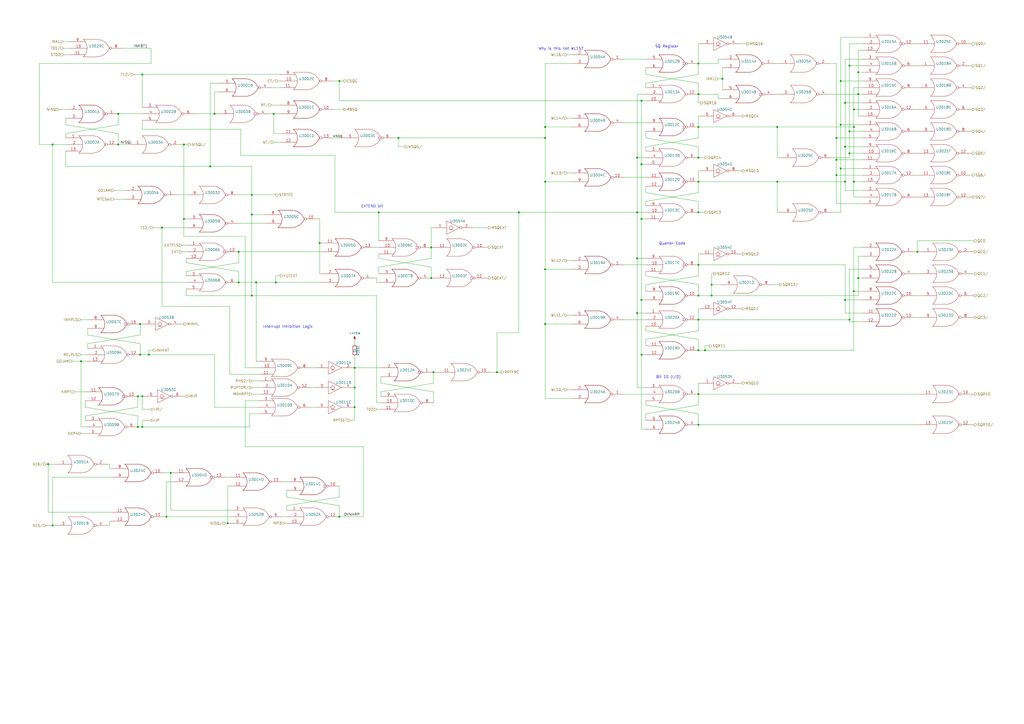
<source format=kicad_sch>
(kicad_sch (version 20211123) (generator eeschema)
  (paper "A2")
  (junction (at 492.76 76.2))
  (junction (at 316.23 80.01))
  (junction (at 405.13 153.67))
  (junction (at 288.29 215.9))
  (junction (at 490.22 105.41))
  (junction (at 495.3 63.5))
  (junction (at 412.75 171.45))
  (junction (at 316.23 187.96))
  (junction (at 485.14 80.01))
  (junction (at 80.01 229.87))
  (junction (at 316.23 156.21))
  (junction (at 80.01 247.65))
  (junction (at 405.13 228.6))
  (junction (at 372.11 127))
  (junction (at 30.48 304.8))
  (junction (at 148.59 163.83))
  (junction (at 490.22 59.69))
  (junction (at 492.76 185.42))
  (junction (at 82.55 247.65))
  (junction (at 492.76 88.9))
  (junction (at 138.43 163.83))
  (junction (at 250.19 161.29))
  (junction (at 138.43 146.05))
  (junction (at 372.11 95.25))
  (junction (at 160.02 163.83))
  (junction (at 369.57 123.19))
  (junction (at 369.57 91.44))
  (junction (at 196.85 299.72))
  (junction (at 405.13 73.66))
  (junction (at 497.84 54.61))
  (junction (at 81.28 205.74))
  (junction (at 96.52 299.72))
  (junction (at 485.14 92.71))
  (junction (at 450.85 73.66))
  (junction (at 405.13 123.19))
  (junction (at 405.13 54.61))
  (junction (at 405.13 246.38))
  (junction (at 81.28 187.96))
  (junction (at 251.46 215.9))
  (junction (at 372.11 173.99))
  (junction (at 300.99 123.19))
  (junction (at 495.3 73.66))
  (junction (at 316.23 105.41))
  (junction (at 82.55 229.87))
  (junction (at 487.68 72.39))
  (junction (at 86.36 205.74))
  (junction (at 68.58 83.82))
  (junction (at 219.71 123.19))
  (junction (at 497.84 161.29))
  (junction (at 82.55 43.18))
  (junction (at 490.22 173.99))
  (junction (at 316.23 73.66))
  (junction (at 487.68 46.99))
  (junction (at 408.94 203.2))
  (junction (at 412.75 165.1))
  (junction (at 205.74 224.79))
  (junction (at 497.84 41.91))
  (junction (at 405.13 105.41))
  (junction (at 450.85 105.41))
  (junction (at 27.94 269.24))
  (junction (at 372.11 58.42))
  (junction (at 250.19 143.51))
  (junction (at 93.98 132.08))
  (junction (at 231.14 80.01))
  (junction (at 158.75 66.04))
  (junction (at 124.46 66.04))
  (junction (at 146.05 113.03))
  (junction (at 146.05 171.45))
  (junction (at 495.3 168.91))
  (junction (at 185.42 140.97))
  (junction (at 68.58 66.04))
  (junction (at 205.74 213.36))
  (junction (at 405.13 185.42))
  (junction (at 369.57 181.61))
  (junction (at 405.13 36.83))
  (junction (at 405.13 171.45))
  (junction (at 106.68 127))
  (junction (at 146.05 124.46))
  (junction (at 490.22 85.09))
  (junction (at 492.76 38.1))
  (junction (at 485.14 101.6))
  (junction (at 132.08 303.53))
  (junction (at 372.11 205.74))
  (junction (at 106.68 83.82))
  (junction (at 495.3 105.41))
  (junction (at 196.85 46.99))
  (junction (at 369.57 149.86))
  (junction (at 405.13 91.44))
  (junction (at 532.13 146.05))
  (junction (at 99.06 274.32))
  (junction (at 46.99 209.55))
  (junction (at 30.48 83.82))
  (junction (at 121.92 96.52))
  (junction (at 487.68 97.79))
  (junction (at 205.74 236.22))
  (junction (at 405.13 203.2))
  (junction (at 419.1 45.72))
  (wire (pts (xy 328.93 68.58) (xy 331.47 68.58)))
  (wire (pts (xy 162.56 160.02) (xy 160.02 160.02)))
  (wire (pts (xy 492.76 88.9) (xy 492.76 91.44)))
  (wire (pts (xy 372.11 205.74) (xy 372.11 248.92)))
  (wire (pts (xy 68.58 83.82) (xy 68.58 77.47)))
  (wire (pts (xy 500.38 143.51) (xy 495.3 143.51)))
  (wire (pts (xy 148.59 163.83) (xy 148.59 209.55)))
  (wire (pts (xy 81.28 205.74) (xy 81.28 199.39)))
  (wire (pts (xy 490.22 34.29) (xy 490.22 59.69)))
  (wire (pts (xy 210.82 299.72) (xy 210.82 259.08)))
  (wire (pts (xy 146.05 220.98) (xy 149.86 220.98)))
  (wire (pts (xy 405.13 160.02) (xy 374.65 165.1)))
  (wire (pts (xy 328.93 100.33) (xy 331.47 100.33)))
  (wire (pts (xy 142.24 213.36) (xy 149.86 213.36)))
  (wire (pts (xy 157.48 50.8) (xy 162.56 50.8)))
  (wire (pts (xy 161.29 46.99) (xy 162.56 46.99)))
  (wire (pts (xy 497.84 171.45) (xy 412.75 171.45)))
  (wire (pts (xy 96.52 299.72) (xy 133.35 299.72)))
  (wire (pts (xy 408.94 200.66) (xy 408.94 203.2)))
  (wire (pts (xy 405.13 73.66) (xy 405.13 80.01)))
  (wire (pts (xy 142.24 259.08) (xy 142.24 232.41)))
  (wire (pts (xy 495.3 203.2) (xy 408.94 203.2)))
  (wire (pts (xy 406.4 179.07) (xy 405.13 179.07)))
  (wire (pts (xy 49.53 241.3) (xy 49.53 243.84)))
  (wire (pts (xy 113.03 66.04) (xy 124.46 66.04)))
  (wire (pts (xy 405.13 67.31) (xy 405.13 73.66)))
  (wire (pts (xy 500.38 156.21) (xy 492.76 156.21)))
  (wire (pts (xy 281.94 161.29) (xy 283.21 161.29)))
  (wire (pts (xy 405.13 54.61) (xy 416.56 54.61)))
  (wire (pts (xy 146.05 224.79) (xy 149.86 224.79)))
  (wire (pts (xy 487.68 21.59) (xy 487.68 46.99)))
  (wire (pts (xy 82.55 243.84) (xy 87.63 243.84)))
  (wire (pts (xy 185.42 140.97) (xy 186.69 140.97)))
  (wire (pts (xy 30.48 83.82) (xy 38.1 83.82)))
  (wire (pts (xy 430.53 147.32) (xy 429.26 147.32)))
  (wire (pts (xy 565.15 158.75) (xy 563.88 158.75)))
  (wire (pts (xy 374.65 85.09) (xy 374.65 87.63)))
  (wire (pts (xy 284.48 215.9) (xy 288.29 215.9)))
  (wire (pts (xy 374.65 240.03) (xy 374.65 243.84)))
  (wire (pts (xy 408.94 203.2) (xy 405.13 203.2)))
  (wire (pts (xy 82.55 247.65) (xy 144.78 247.65)))
  (wire (pts (xy 487.68 72.39) (xy 500.38 72.39)))
  (wire (pts (xy 530.86 88.9) (xy 532.13 88.9)))
  (wire (pts (xy 374.65 196.85) (xy 374.65 200.66)))
  (wire (pts (xy 68.58 66.04) (xy 68.58 72.39)))
  (wire (pts (xy 485.14 80.01) (xy 500.38 80.01)))
  (wire (pts (xy 485.14 36.83) (xy 485.14 80.01)))
  (wire (pts (xy 405.13 153.67) (xy 490.22 153.67)))
  (wire (pts (xy 121.92 96.52) (xy 146.05 96.52)))
  (wire (pts (xy 66.04 110.49) (xy 72.39 110.49)))
  (wire (pts (xy 158.75 66.04) (xy 162.56 66.04)))
  (wire (pts (xy 490.22 59.69) (xy 490.22 85.09)))
  (wire (pts (xy 144.78 247.65) (xy 144.78 240.03)))
  (wire (pts (xy 133.35 177.8) (xy 133.35 217.17)))
  (wire (pts (xy 328.93 151.13) (xy 331.47 151.13)))
  (wire (pts (xy 495.3 105.41) (xy 500.38 105.41)))
  (wire (pts (xy 490.22 173.99) (xy 500.38 173.99)))
  (wire (pts (xy 130.81 276.86) (xy 133.35 276.86)))
  (wire (pts (xy 316.23 36.83) (xy 331.47 36.83)))
  (wire (pts (xy 124.46 236.22) (xy 149.86 236.22)))
  (wire (pts (xy 372.11 173.99) (xy 374.65 173.99)))
  (wire (pts (xy 405.13 91.44) (xy 405.13 85.09)))
  (wire (pts (xy 406.4 99.06) (xy 405.13 99.06)))
  (wire (pts (xy 530.86 38.1) (xy 532.13 38.1)))
  (wire (pts (xy 419.1 39.37) (xy 419.1 45.72)))
  (wire (pts (xy 369.57 181.61) (xy 369.57 224.79)))
  (wire (pts (xy 369.57 123.19) (xy 369.57 149.86)))
  (wire (pts (xy 22.86 36.83) (xy 22.86 83.82)))
  (wire (pts (xy 532.13 146.05) (xy 533.4 146.05)))
  (wire (pts (xy 36.83 24.13) (xy 40.64 24.13)))
  (wire (pts (xy 369.57 54.61) (xy 369.57 91.44)))
  (wire (pts (xy 288.29 193.04) (xy 300.99 193.04)))
  (wire (pts (xy 288.29 215.9) (xy 288.29 193.04)))
  (wire (pts (xy 565.15 246.38) (xy 563.88 246.38)))
  (wire (pts (xy 81.28 194.31) (xy 50.8 199.39)))
  (wire (pts (xy 316.23 73.66) (xy 331.47 73.66)))
  (wire (pts (xy 497.84 161.29) (xy 500.38 161.29)))
  (wire (pts (xy 250.19 154.94) (xy 219.71 149.86)))
  (wire (pts (xy 492.76 76.2) (xy 500.38 76.2)))
  (wire (pts (xy 481.33 54.61) (xy 497.84 54.61)))
  (wire (pts (xy 250.19 132.08) (xy 250.19 143.51)))
  (wire (pts (xy 80.01 229.87) (xy 80.01 236.22)))
  (wire (pts (xy 106.68 127) (xy 107.95 127)))
  (wire (pts (xy 405.13 59.69) (xy 406.4 59.69)))
  (wire (pts (xy 374.65 234.95) (xy 374.65 232.41)))
  (wire (pts (xy 405.13 147.32) (xy 405.13 153.67)))
  (wire (pts (xy 405.13 196.85) (xy 374.65 191.77)))
  (wire (pts (xy 288.29 215.9) (xy 290.83 215.9)))
  (wire (pts (xy 132.08 281.94) (xy 132.08 303.53)))
  (wire (pts (xy 405.13 85.09) (xy 374.65 80.01)))
  (wire (pts (xy 374.65 54.61) (xy 369.57 54.61)))
  (wire (pts (xy 361.95 102.87) (xy 374.65 102.87)))
  (wire (pts (xy 105.41 83.82) (xy 106.68 83.82)))
  (wire (pts (xy 369.57 149.86) (xy 369.57 181.61)))
  (wire (pts (xy 63.5 304.8) (xy 62.23 304.8)))
  (wire (pts (xy 121.92 48.26) (xy 127 48.26)))
  (wire (pts (xy 530.86 63.5) (xy 532.13 63.5)))
  (wire (pts (xy 107.95 171.45) (xy 107.95 167.64)))
  (wire (pts (xy 405.13 99.06) (xy 405.13 105.41)))
  (wire (pts (xy 102.87 113.03) (xy 107.95 113.03)))
  (wire (pts (xy 205.74 196.85) (xy 205.74 199.39)))
  (wire (pts (xy 374.65 43.18) (xy 374.65 39.37)))
  (wire (pts (xy 196.85 281.94) (xy 196.85 288.29)))
  (wire (pts (xy 316.23 105.41) (xy 331.47 105.41)))
  (wire (pts (xy 374.65 160.02) (xy 374.65 157.48)))
  (wire (pts (xy 492.76 88.9) (xy 500.38 88.9)))
  (wire (pts (xy 500.38 41.91) (xy 497.84 41.91)))
  (wire (pts (xy 231.14 85.09) (xy 231.14 80.01)))
  (wire (pts (xy 139.7 74.93) (xy 82.55 74.93)))
  (wire (pts (xy 530.86 146.05) (xy 532.13 146.05)))
  (wire (pts (xy 430.53 179.07) (xy 429.26 179.07)))
  (wire (pts (xy 563.88 38.1) (xy 562.61 38.1)))
  (wire (pts (xy 27.94 269.24) (xy 31.75 269.24)))
  (wire (pts (xy 283.21 132.08) (xy 274.32 132.08)))
  (wire (pts (xy 405.13 222.25) (xy 405.13 228.6)))
  (wire (pts (xy 495.3 105.41) (xy 495.3 114.3)))
  (wire (pts (xy 251.46 233.68) (xy 251.46 227.33)))
  (wire (pts (xy 87.63 27.94) (xy 87.63 36.83)))
  (wire (pts (xy 63.5 302.26) (xy 63.5 304.8)))
  (wire (pts (xy 405.13 123.19) (xy 405.13 116.84)))
  (wire (pts (xy 184.15 127) (xy 185.42 127)))
  (wire (pts (xy 565.15 171.45) (xy 563.88 171.45)))
  (wire (pts (xy 490.22 173.99) (xy 490.22 181.61)))
  (wire (pts (xy 205.74 236.22) (xy 205.74 243.84)))
  (wire (pts (xy 148.59 163.83) (xy 160.02 163.83)))
  (wire (pts (xy 50.8 194.31) (xy 50.8 190.5)))
  (wire (pts (xy 500.38 59.69) (xy 490.22 59.69)))
  (wire (pts (xy 497.84 148.59) (xy 497.84 161.29)))
  (wire (pts (xy 130.81 303.53) (xy 132.08 303.53)))
  (wire (pts (xy 166.37 303.53) (xy 165.1 303.53)))
  (wire (pts (xy 372.11 95.25) (xy 372.11 127)))
  (wire (pts (xy 316.23 36.83) (xy 316.23 73.66)))
  (wire (pts (xy 405.13 48.26) (xy 374.65 43.18)))
  (wire (pts (xy 185.42 158.75) (xy 186.69 158.75)))
  (wire (pts (xy 562.61 50.8) (xy 563.88 50.8)))
  (wire (pts (xy 372.11 205.74) (xy 374.65 205.74)))
  (wire (pts (xy 495.3 143.51) (xy 495.3 168.91)))
  (wire (pts (xy 107.95 171.45) (xy 146.05 171.45)))
  (wire (pts (xy 495.3 73.66) (xy 495.3 105.41)))
  (wire (pts (xy 405.13 228.6) (xy 533.4 228.6)))
  (wire (pts (xy 450.85 105.41) (xy 450.85 123.19)))
  (wire (pts (xy 492.76 38.1) (xy 492.76 76.2)))
  (wire (pts (xy 565.15 228.6) (xy 563.88 228.6)))
  (wire (pts (xy 250.19 143.51) (xy 251.46 143.51)))
  (wire (pts (xy 372.11 58.42) (xy 372.11 95.25)))
  (wire (pts (xy 500.38 34.29) (xy 490.22 34.29)))
  (wire (pts (xy 450.85 91.44) (xy 452.12 91.44)))
  (wire (pts (xy 49.53 236.22) (xy 49.53 232.41)))
  (wire (pts (xy 495.3 114.3) (xy 500.38 114.3)))
  (wire (pts (xy 219.71 123.19) (xy 219.71 139.7)))
  (wire (pts (xy 412.75 165.1) (xy 412.75 171.45)))
  (wire (pts (xy 142.24 137.16) (xy 142.24 213.36)))
  (wire (pts (xy 43.18 227.33) (xy 49.53 227.33)))
  (wire (pts (xy 196.85 46.99) (xy 196.85 58.42)))
  (wire (pts (xy 361.95 71.12) (xy 374.65 71.12)))
  (wire (pts (xy 185.42 140.97) (xy 185.42 158.75)))
  (wire (pts (xy 374.65 165.1) (xy 374.65 168.91)))
  (wire (pts (xy 316.23 156.21) (xy 316.23 187.96)))
  (wire (pts (xy 487.68 72.39) (xy 487.68 97.79)))
  (wire (pts (xy 405.13 185.42) (xy 405.13 191.77)))
  (wire (pts (xy 196.85 293.37) (xy 166.37 288.29)))
  (wire (pts (xy 405.13 36.83) (xy 416.56 36.83)))
  (wire (pts (xy 369.57 224.79) (xy 374.65 224.79)))
  (wire (pts (xy 157.48 60.96) (xy 162.56 60.96)))
  (wire (pts (xy 81.28 187.96) (xy 81.28 194.31)))
  (wire (pts (xy 497.84 54.61) (xy 497.84 67.31)))
  (wire (pts (xy 156.21 66.04) (xy 158.75 66.04)))
  (wire (pts (xy 490.22 181.61) (xy 500.38 181.61)))
  (wire (pts (xy 138.43 113.03) (xy 146.05 113.03)))
  (wire (pts (xy 530.86 114.3) (xy 532.13 114.3)))
  (wire (pts (xy 497.84 161.29) (xy 497.84 171.45)))
  (wire (pts (xy 361.95 185.42) (xy 374.65 185.42)))
  (wire (pts (xy 22.86 83.82) (xy 30.48 83.82)))
  (wire (pts (xy 492.76 185.42) (xy 492.76 186.69)))
  (wire (pts (xy 93.98 132.08) (xy 107.95 132.08)))
  (wire (pts (xy 429.26 99.06) (xy 430.53 99.06)))
  (wire (pts (xy 492.76 186.69) (xy 500.38 186.69)))
  (wire (pts (xy 146.05 228.6) (xy 149.86 228.6)))
  (wire (pts (xy 316.23 231.14) (xy 331.47 231.14)))
  (wire (pts (xy 146.05 171.45) (xy 218.44 171.45)))
  (wire (pts (xy 82.55 229.87) (xy 83.82 229.87)))
  (wire (pts (xy 162.56 77.47) (xy 158.75 77.47)))
  (wire (pts (xy 86.36 205.74) (xy 86.36 203.2)))
  (wire (pts (xy 250.19 161.29) (xy 251.46 161.29)))
  (wire (pts (xy 138.43 146.05) (xy 138.43 152.4)))
  (wire (pts (xy 93.98 132.08) (xy 93.98 177.8)))
  (wire (pts (xy 500.38 38.1) (xy 492.76 38.1)))
  (wire (pts (xy 452.12 165.1) (xy 448.31 165.1)))
  (wire (pts (xy 495.3 73.66) (xy 450.85 73.66)))
  (wire (pts (xy 414.02 158.75) (xy 412.75 158.75)))
  (wire (pts (xy 219.71 149.86) (xy 219.71 147.32)))
  (wire (pts (xy 163.83 299.72) (xy 166.37 299.72)))
  (wire (pts (xy 158.75 77.47) (xy 158.75 66.04)))
  (wire (pts (xy 107.95 146.05) (xy 105.41 146.05)))
  (wire (pts (xy 369.57 91.44) (xy 369.57 123.19)))
  (wire (pts (xy 80.01 247.65) (xy 80.01 241.3)))
  (wire (pts (xy 530.86 158.75) (xy 533.4 158.75)))
  (wire (pts (xy 372.11 58.42) (xy 374.65 58.42)))
  (wire (pts (xy 219.71 123.19) (xy 300.99 123.19)))
  (wire (pts (xy 231.14 80.01) (xy 228.6 80.01)))
  (wire (pts (xy 163.83 279.4) (xy 166.37 279.4)))
  (wire (pts (xy 562.61 63.5) (xy 563.88 63.5)))
  (wire (pts (xy 138.43 146.05) (xy 186.69 146.05)))
  (wire (pts (xy 316.23 80.01) (xy 316.23 105.41)))
  (wire (pts (xy 95.25 274.32) (xy 99.06 274.32)))
  (wire (pts (xy 30.48 304.8) (xy 31.75 304.8)))
  (wire (pts (xy 180.34 236.22) (xy 182.88 236.22)))
  (wire (pts (xy 40.64 31.75) (xy 36.83 31.75)))
  (wire (pts (xy 196.85 299.72) (xy 210.82 299.72)))
  (wire (pts (xy 220.98 227.33) (xy 220.98 229.87)))
  (wire (pts (xy 405.13 25.4) (xy 406.4 25.4)))
  (wire (pts (xy 160.02 160.02) (xy 160.02 163.83)))
  (wire (pts (xy 82.55 237.49) (xy 87.63 237.49)))
  (wire (pts (xy 417.83 165.1) (xy 412.75 165.1)))
  (wire (pts (xy 562.61 114.3) (xy 563.88 114.3)))
  (wire (pts (xy 565.15 139.7) (xy 532.13 139.7)))
  (wire (pts (xy 218.44 163.83) (xy 219.71 163.83)))
  (wire (pts (xy 251.46 215.9) (xy 254 215.9)))
  (wire (pts (xy 205.74 213.36) (xy 205.74 224.79)))
  (wire (pts (xy 106.68 137.16) (xy 142.24 137.16)))
  (wire (pts (xy 80.01 241.3) (xy 49.53 236.22)))
  (wire (pts (xy 250.19 149.86) (xy 219.71 154.94)))
  (wire (pts (xy 218.44 171.45) (xy 218.44 233.68)))
  (wire (pts (xy 485.14 118.11) (xy 500.38 118.11)))
  (wire (pts (xy 316.23 187.96) (xy 331.47 187.96)))
  (wire (pts (xy 180.34 224.79) (xy 182.88 224.79)))
  (wire (pts (xy 38.1 63.5) (xy 34.29 63.5)))
  (wire (pts (xy 146.05 113.03) (xy 160.02 113.03)))
  (wire (pts (xy 374.65 111.76) (xy 374.65 107.95)))
  (wire (pts (xy 50.8 199.39) (xy 50.8 201.93)))
  (wire (pts (xy 450.85 73.66) (xy 450.85 91.44)))
  (wire (pts (xy 495.3 168.91) (xy 495.3 203.2)))
  (wire (pts (xy 492.76 25.4) (xy 492.76 38.1)))
  (wire (pts (xy 405.13 111.76) (xy 374.65 116.84)))
  (wire (pts (xy 46.99 209.55) (xy 50.8 209.55)))
  (wire (pts (xy 30.48 276.86) (xy 64.77 276.86)))
  (wire (pts (xy 36.83 27.94) (xy 40.64 27.94)))
  (wire (pts (xy 38.1 87.63) (xy 38.1 96.52)))
  (wire (pts (xy 487.68 97.79) (xy 500.38 97.79)))
  (wire (pts (xy 405.13 67.31) (xy 406.4 67.31)))
  (wire (pts (xy 405.13 171.45) (xy 405.13 165.1)))
  (wire (pts (xy 205.74 243.84) (xy 203.2 243.84)))
  (wire (pts (xy 495.3 50.8) (xy 495.3 63.5)))
  (wire (pts (xy 99.06 274.32) (xy 99.06 295.91)))
  (wire (pts (xy 405.13 246.38) (xy 405.13 240.03)))
  (wire (pts (xy 193.04 46.99) (xy 196.85 46.99)))
  (wire (pts (xy 416.56 54.61) (xy 416.56 57.15)))
  (wire (pts (xy 405.13 147.32) (xy 406.4 147.32)))
  (wire (pts (xy 487.68 46.99) (xy 487.68 72.39)))
  (wire (pts (xy 565.15 146.05) (xy 563.88 146.05)))
  (wire (pts (xy 328.93 31.75) (xy 331.47 31.75)))
  (wire (pts (xy 68.58 66.04) (xy 82.55 66.04)))
  (wire (pts (xy 500.38 148.59) (xy 497.84 148.59)))
  (wire (pts (xy 405.13 228.6) (xy 405.13 234.95)))
  (wire (pts (xy 490.22 105.41) (xy 450.85 105.41)))
  (wire (pts (xy 372.11 173.99) (xy 372.11 205.74)))
  (wire (pts (xy 62.23 269.24) (xy 63.5 269.24)))
  (wire (pts (xy 562.61 88.9) (xy 563.88 88.9)))
  (wire (pts (xy 405.13 105.41) (xy 405.13 111.76)))
  (wire (pts (xy 328.93 226.06) (xy 331.47 226.06)))
  (wire (pts (xy 124.46 66.04) (xy 125.73 66.04)))
  (wire (pts (xy 196.85 288.29) (xy 166.37 293.37)))
  (wire (pts (xy 217.17 161.29) (xy 218.44 161.29)))
  (wire (pts (xy 81.28 205.74) (xy 86.36 205.74)))
  (wire (pts (xy 450.85 123.19) (xy 452.12 123.19)))
  (wire (pts (xy 38.1 96.52) (xy 121.92 96.52)))
  (wire (pts (xy 497.84 29.21) (xy 497.84 41.91)))
  (wire (pts (xy 124.46 53.34) (xy 124.46 66.04)))
  (wire (pts (xy 205.74 207.01) (xy 205.74 213.36)))
  (wire (pts (xy 234.95 85.09) (xy 231.14 85.09)))
  (wire (pts (xy 563.88 76.2) (xy 562.61 76.2)))
  (wire (pts (xy 429.26 67.31) (xy 430.53 67.31)))
  (wire (pts (xy 86.36 203.2) (xy 88.9 203.2)))
  (wire (pts (xy 82.55 74.93) (xy 82.55 69.85)))
  (wire (pts (xy 251.46 132.08) (xy 250.19 132.08)))
  (wire (pts (xy 80.01 229.87) (xy 82.55 229.87)))
  (wire (pts (xy 530.86 101.6) (xy 532.13 101.6)))
  (wire (pts (xy 490.22 85.09) (xy 500.38 85.09)))
  (wire (pts (xy 449.58 54.61) (xy 450.85 54.61)))
  (wire (pts (xy 405.13 91.44) (xy 408.94 91.44)))
  (wire (pts (xy 38.1 72.39) (xy 38.1 68.58)))
  (wire (pts (xy 485.14 36.83) (xy 481.33 36.83)))
  (wire (pts (xy 132.08 303.53) (xy 133.35 303.53)))
  (wire (pts (xy 251.46 222.25) (xy 220.98 227.33)))
  (wire (pts (xy 490.22 110.49) (xy 500.38 110.49)))
  (wire (pts (xy 369.57 149.86) (xy 374.65 149.86)))
  (wire (pts (xy 68.58 83.82) (xy 74.93 83.82)))
  (wire (pts (xy 430.53 222.25) (xy 429.26 222.25)))
  (wire (pts (xy 412.75 171.45) (xy 405.13 171.45)))
  (wire (pts (xy 416.56 34.29) (xy 419.1 34.29)))
  (wire (pts (xy 180.34 213.36) (xy 182.88 213.36)))
  (wire (pts (xy 485.14 101.6) (xy 485.14 118.11)))
  (wire (pts (xy 146.05 113.03) (xy 146.05 124.46)))
  (wire (pts (xy 26.67 269.24) (xy 27.94 269.24)))
  (wire (pts (xy 405.13 123.19) (xy 408.94 123.19)))
  (wire (pts (xy 450.85 73.66) (xy 405.13 73.66)))
  (wire (pts (xy 106.68 83.82) (xy 109.22 83.82)))
  (wire (pts (xy 220.98 222.25) (xy 220.98 218.44)))
  (wire (pts (xy 495.3 168.91) (xy 500.38 168.91)))
  (wire (pts (xy 218.44 237.49) (xy 220.98 237.49)))
  (wire (pts (xy 405.13 153.67) (xy 405.13 160.02)))
  (wire (pts (xy 46.99 209.55) (xy 46.99 247.65)))
  (wire (pts (xy 93.98 177.8) (xy 133.35 177.8)))
  (wire (pts (xy 565.15 184.15) (xy 563.88 184.15)))
  (wire (pts (xy 405.13 185.42) (xy 492.76 185.42)))
  (wire (pts (xy 416.56 57.15) (xy 419.1 57.15)))
  (wire (pts (xy 146.05 124.46) (xy 146.05 171.45)))
  (wire (pts (xy 500.38 63.5) (xy 495.3 63.5)))
  (wire (pts (xy 82.55 43.18) (xy 82.55 62.23)))
  (wire (pts (xy 251.46 215.9) (xy 251.46 222.25)))
  (wire (pts (xy 250.19 161.29) (xy 250.19 154.94)))
  (wire (pts (xy 485.14 92.71) (xy 485.14 101.6)))
  (wire (pts (xy 71.12 27.94) (xy 87.63 27.94)))
  (wire (pts (xy 369.57 181.61) (xy 374.65 181.61)))
  (wire (pts (xy 490.22 85.09) (xy 490.22 105.41)))
  (wire (pts (xy 86.36 205.74) (xy 124.46 205.74)))
  (wire (pts (xy 497.84 41.91) (xy 497.84 54.61)))
  (wire (pts (xy 433.07 25.4) (xy 429.26 25.4)))
  (wire (pts (xy 218.44 161.29) (xy 218.44 163.83)))
  (wire (pts (xy 96.52 279.4) (xy 100.33 279.4)))
  (wire (pts (xy 138.43 163.83) (xy 148.59 163.83)))
  (wire (pts (xy 106.68 229.87) (xy 107.95 229.87)))
  (wire (pts (xy 193.04 80.01) (xy 198.12 80.01)))
  (wire (pts (xy 562.61 101.6) (xy 563.88 101.6)))
  (wire (pts (xy 405.13 54.61) (xy 405.13 59.69)))
  (wire (pts (xy 485.14 101.6) (xy 500.38 101.6)))
  (wire (pts (xy 405.13 246.38) (xy 533.4 246.38)))
  (wire (pts (xy 107.95 157.48) (xy 107.95 160.02)))
  (wire (pts (xy 82.55 247.65) (xy 82.55 243.84)))
  (wire (pts (xy 530.86 171.45) (xy 533.4 171.45)))
  (wire (pts (xy 530.86 184.15) (xy 533.4 184.15)))
  (wire (pts (xy 497.84 54.61) (xy 500.38 54.61)))
  (wire (pts (xy 405.13 25.4) (xy 405.13 36.83)))
  (wire (pts (xy 88.9 132.08) (xy 93.98 132.08)))
  (wire (pts (xy 138.43 152.4) (xy 107.95 157.48)))
  (wire (pts (xy 405.13 234.95) (xy 374.65 240.03)))
  (wire (pts (xy 218.44 233.68) (xy 220.98 233.68)))
  (wire (pts (xy 46.99 185.42) (xy 50.8 185.42)))
  (wire (pts (xy 405.13 179.07) (xy 405.13 185.42)))
  (wire (pts (xy 405.13 43.18) (xy 374.65 48.26)))
  (wire (pts (xy 63.5 302.26) (xy 64.77 302.26)))
  (wire (pts (xy 316.23 105.41) (xy 316.23 156.21)))
  (wire (pts (xy 495.3 50.8) (xy 500.38 50.8)))
  (wire (pts (xy 105.41 187.96) (xy 106.68 187.96)))
  (wire (pts (xy 38.1 77.47) (xy 38.1 80.01)))
  (wire (pts (xy 30.48 163.83) (xy 107.95 163.83)))
  (wire (pts (xy 449.58 36.83) (xy 450.85 36.83)))
  (wire (pts (xy 530.86 25.4) (xy 532.13 25.4)))
  (wire (pts (xy 411.48 200.66) (xy 408.94 200.66)))
  (wire (pts (xy 316.23 187.96) (xy 316.23 231.14)))
  (wire (pts (xy 372.11 95.25) (xy 374.65 95.25)))
  (wire (pts (xy 219.71 154.94) (xy 219.71 158.75)))
  (wire (pts (xy 405.13 203.2) (xy 405.13 196.85)))
  (wire (pts (xy 405.13 80.01) (xy 374.65 85.09)))
  (wire (pts (xy 106.68 127) (xy 106.68 137.16)))
  (wire (pts (xy 492.76 156.21) (xy 492.76 185.42)))
  (wire (pts (xy 27.94 297.18) (xy 64.77 297.18)))
  (wire (pts (xy 412.75 158.75) (xy 412.75 165.1)))
  (wire (pts (xy 77.47 43.18) (xy 82.55 43.18)))
  (wire (pts (xy 66.04 115.57) (xy 72.39 115.57)))
  (wire (pts (xy 199.39 63.5) (xy 193.04 63.5)))
  (wire (pts (xy 196.85 299.72) (xy 196.85 293.37)))
  (wire (pts (xy 369.57 123.19) (xy 374.65 123.19)))
  (wire (pts (xy 196.85 46.99) (xy 199.39 46.99)))
  (wire (pts (xy 63.5 269.24) (xy 63.5 271.78)))
  (wire (pts (xy 210.82 259.08) (xy 142.24 259.08)))
  (wire (pts (xy 492.76 91.44) (xy 482.6 91.44)))
  (wire (pts (xy 405.13 240.03) (xy 374.65 234.95)))
  (wire (pts (xy 138.43 129.54) (xy 153.67 129.54)))
  (wire (pts (xy 487.68 97.79) (xy 487.68 123.19)))
  (wire (pts (xy 30.48 83.82) (xy 30.48 163.83)))
  (wire (pts (xy 374.65 80.01) (xy 374.65 76.2)))
  (wire (pts (xy 96.52 299.72) (xy 96.52 279.4)))
  (wire (pts (xy 500.38 21.59) (xy 487.68 21.59)))
  (wire (pts (xy 316.23 73.66) (xy 316.23 80.01)))
  (wire (pts (xy 316.23 156.21) (xy 331.47 156.21)))
  (wire (pts (xy 82.55 229.87) (xy 82.55 237.49)))
  (wire (pts (xy 26.67 304.8) (xy 30.48 304.8)))
  (wire (pts (xy 485.14 92.71) (xy 500.38 92.71)))
  (wire (pts (xy 405.13 165.1) (xy 374.65 160.02)))
  (wire (pts (xy 121.92 96.52) (xy 121.92 48.26)))
  (wire (pts (xy 80.01 247.65) (xy 82.55 247.65)))
  (wire (pts (xy 361.95 153.67) (xy 374.65 153.67)))
  (wire (pts (xy 27.94 269.24) (xy 27.94 297.18)))
  (wire (pts (xy 146.05 96.52) (xy 146.05 113.03)))
  (wire (pts (xy 166.37 288.29) (xy 166.37 284.48)))
  (wire (pts (xy 194.31 90.17) (xy 139.7 90.17)))
  (wire (pts (xy 95.25 299.72) (xy 96.52 299.72)))
  (wire (pts (xy 142.24 232.41) (xy 149.86 232.41)))
  (wire (pts (xy 487.68 46.99) (xy 500.38 46.99)))
  (wire (pts (xy 250.19 143.51) (xy 250.19 149.86)))
  (wire (pts (xy 41.91 209.55) (xy 46.99 209.55)))
  (wire (pts (xy 374.65 191.77) (xy 374.65 189.23)))
  (wire (pts (xy 532.13 139.7) (xy 532.13 146.05)))
  (wire (pts (xy 82.55 43.18) (xy 162.56 43.18)))
  (wire (pts (xy 99.06 295.91) (xy 133.35 295.91)))
  (wire (pts (xy 416.56 36.83) (xy 416.56 34.29)))
  (wire (pts (xy 405.13 48.26) (xy 405.13 54.61)))
  (wire (pts (xy 217.17 143.51) (xy 219.71 143.51)))
  (wire (pts (xy 166.37 293.37) (xy 166.37 295.91)))
  (wire (pts (xy 500.38 29.21) (xy 497.84 29.21)))
  (wire (pts (xy 281.94 143.51) (xy 283.21 143.51)))
  (wire (pts (xy 139.7 90.17) (xy 139.7 74.93)))
  (wire (pts (xy 372.11 127) (xy 372.11 173.99)))
  (wire (pts (xy 563.88 25.4) (xy 562.61 25.4)))
  (wire (pts (xy 46.99 251.46) (xy 49.53 251.46)))
  (wire (pts (xy 144.78 240.03) (xy 149.86 240.03)))
  (wire (pts (xy 138.43 163.83) (xy 138.43 157.48)))
  (wire (pts (xy 81.28 199.39) (xy 50.8 194.31)))
  (wire (pts (xy 158.75 82.55) (xy 162.56 82.55)))
  (wire (pts (xy 124.46 205.74) (xy 124.46 236.22)))
  (wire (pts (xy 30.48 304.8) (xy 30.48 276.86)))
  (wire (pts (xy 46.99 205.74) (xy 50.8 205.74)))
  (wire (pts (xy 300.99 193.04) (xy 300.99 123.19)))
  (wire (pts (xy 300.99 123.19) (xy 369.57 123.19)))
  (wire (pts (xy 374.65 91.44) (xy 369.57 91.44)))
  (wire (pts (xy 450.85 105.41) (xy 405.13 105.41)))
  (wire (pts (xy 490.22 153.67) (xy 490.22 173.99)))
  (wire (pts (xy 405.13 116.84) (xy 374.65 111.76)))
  (wire (pts (xy 68.58 72.39) (xy 38.1 77.47)))
  (wire (pts (xy 372.11 127) (xy 374.65 127)))
  (wire (pts (xy 406.4 222.25) (xy 405.13 222.25)))
  (wire (pts (xy 194.31 123.19) (xy 219.71 123.19)))
  (wire (pts (xy 497.84 67.31) (xy 500.38 67.31)))
  (wire (pts (xy 68.58 77.47) (xy 38.1 72.39)))
  (wire (pts (xy 194.31 123.19) (xy 194.31 90.17)))
  (wire (pts (xy 127 53.34) (xy 124.46 53.34)))
  (wire (pts (xy 374.65 116.84) (xy 374.65 119.38)))
  (wire (pts (xy 205.74 224.79) (xy 205.74 236.22)))
  (wire (pts (xy 63.5 271.78) (xy 64.77 271.78)))
  (wire (pts (xy 251.46 227.33) (xy 220.98 222.25)))
  (wire (pts (xy 81.28 187.96) (xy 82.55 187.96)))
  (wire (pts (xy 185.42 127) (xy 185.42 140.97)))
  (wire (pts (xy 374.65 48.26) (xy 374.65 50.8)))
  (wire (pts (xy 46.99 247.65) (xy 49.53 247.65)))
  (wire (pts (xy 405.13 191.77) (xy 374.65 196.85)))
  (wire (pts (xy 160.02 163.83) (xy 186.69 163.83)))
  (wire (pts (xy 148.59 209.55) (xy 149.86 209.55)))
  (wire (pts (xy 87.63 36.83) (xy 22.86 36.83)))
  (wire (pts (xy 492.76 76.2) (xy 492.76 88.9)))
  (wire (pts (xy 99.06 274.32) (xy 100.33 274.32)))
  (wire (pts (xy 487.68 123.19) (xy 482.6 123.19)))
  (wire (pts (xy 107.95 152.4) (xy 107.95 149.86)))
  (wire (pts (xy 196.85 58.42) (xy 372.11 58.42)))
  (wire (pts (xy 133.35 281.94) (xy 132.08 281.94)))
  (wire (pts (xy 138.43 157.48) (xy 107.95 152.4)))
  (wire (pts (xy 416.56 45.72) (xy 419.1 45.72)))
  (wire (pts (xy 328.93 182.88) (xy 331.47 182.88)))
  (wire (pts (xy 530.86 76.2) (xy 532.13 76.2)))
  (wire (pts (xy 485.14 80.01) (xy 485.14 92.71)))
  (wire (pts (xy 146.05 124.46) (xy 153.67 124.46)))
  (wire (pts (xy 80.01 236.22) (xy 49.53 241.3)))
  (wire (pts (xy 405.13 36.83) (xy 405.13 43.18)))
  (wire (pts (xy 205.74 213.36) (xy 220.98 213.36)))
  (wire (pts (xy 492.76 25.4) (xy 500.38 25.4)))
  (wire (pts (xy 419.1 45.72) (xy 419.1 52.07)))
  (wire (pts (xy 316.23 80.01) (xy 231.14 80.01)))
  (wire (pts (xy 490.22 105.41) (xy 490.22 110.49)))
  (wire (pts (xy 361.95 228.6) (xy 374.65 228.6)))
  (wire (pts (xy 495.3 63.5) (xy 495.3 73.66)))
  (wire (pts (xy 105.41 142.24) (xy 107.95 142.24)))
  (wire (pts (xy 106.68 83.82) (xy 106.68 127)))
  (wire (pts (xy 530.86 50.8) (xy 532.13 50.8)))
  (wire (pts (xy 361.95 34.29) (xy 374.65 34.29)))
  (wire (pts (xy 372.11 248.92) (xy 374.65 248.92)))
  (wire (pts (xy 133.35 217.17) (xy 149.86 217.17)))
  (text "Quarter Code" (at 382.27 142.24 0) (effects (font (size 1.524 1.524)) (justify left bottom)))
  (text "SQ Register" (at 393.7 27.94 180) (effects (font (size 1.524 1.524)) (justify right bottom)))
  (text "Interrupt Inhibition Logic" (at 181.61 190.5 180) (effects (font (size 1.524 1.524)) (justify right bottom)))
  (text "EXTEND bit" (at 222.25 120.65 180) (effects (font (size 1.524 1.524)) (justify right bottom)))
  (text "Why is this not WL15?" (at 312.42 29.21 0) (effects (font (size 1.524 1.524)) (justify left bottom)))
  (text "Bit 10 (I/O)" (at 394.97 219.71 180) (effects (font (size 1.524 1.524)) (justify right bottom)))
  (label "INKBT1" (at 77.47 27.94 0) (effects (font (size 1.524 1.524))))
  (label "NISQL" (at 69.85 83.82 0) (effects (font (size 1.524 1.524))))
  (label "wsqg" (at 193.04 80.01 0) (effects (font (size 1.524 1.524))))
  (label "OVNHRP" (at 199.39 299.72 0) (effects (font (size 1.524 1.524))))
  (hierarchical_label "SQ4/" (shape output) (at 563.88 76.2 0) (effects (font (size 1.524 1.524))))
  (hierarchical_label "IIP/" (shape output) (at 87.63 237.49 0) (effects (font (size 1.524 1.524))))
  (hierarchical_label "CSQG" (shape output) (at 199.39 46.99 0) (effects (font (size 1.524 1.524))))
  (hierarchical_label "WL16/" (shape input) (at 328.93 31.75 180) (effects (font (size 1.524 1.524))))
  (hierarchical_label "MSQ16" (shape output) (at 433.07 25.4 0) (effects (font (size 1.524 1.524))))
  (hierarchical_label "WL13/" (shape input) (at 328.93 100.33 180) (effects (font (size 1.524 1.524))))
  (hierarchical_label "CT/" (shape input) (at 161.29 46.99 180) (effects (font (size 1.524 1.524))))
  (hierarchical_label "INKL" (shape input) (at 416.56 45.72 180) (effects (font (size 1.524 1.524))))
  (hierarchical_label "QC3/" (shape output) (at 565.15 184.15 0) (effects (font (size 1.524 1.524))))
  (hierarchical_label "MSQEXT" (shape output) (at 283.21 132.08 0) (effects (font (size 1.524 1.524))))
  (hierarchical_label "MINHL" (shape output) (at 106.68 187.96 0) (effects (font (size 1.524 1.524))))
  (hierarchical_label "MNHRPT" (shape input) (at 146.05 228.6 180) (effects (font (size 1.524 1.524))))
  (hierarchical_label "WSQG/" (shape output) (at 234.95 85.09 0) (effects (font (size 1.524 1.524))))
  (hierarchical_label "QC1/" (shape output) (at 565.15 158.75 0) (effects (font (size 1.524 1.524))))
  (hierarchical_label "KRPT" (shape input) (at 43.18 227.33 180) (effects (font (size 1.524 1.524))))
  (hierarchical_label "MP3" (shape input) (at 165.1 303.53 180) (effects (font (size 1.524 1.524))))
  (hierarchical_label "SQ1/" (shape output) (at 563.88 38.1 0) (effects (font (size 1.524 1.524))))
  (hierarchical_label "RUPTOR/" (shape input) (at 146.05 224.79 180) (effects (font (size 1.524 1.524))))
  (hierarchical_label "MSQ12" (shape output) (at 430.53 147.32 0) (effects (font (size 1.524 1.524))))
  (hierarchical_label "MSQ14" (shape output) (at 430.53 67.31 0) (effects (font (size 1.524 1.524))))
  (hierarchical_label "SQR16" (shape output) (at 406.4 59.69 0) (effects (font (size 1.524 1.524))))
  (hierarchical_label "QC2/" (shape output) (at 565.15 171.45 0) (effects (font (size 1.524 1.524))))
  (hierarchical_label "T02" (shape input) (at 218.44 237.49 180) (effects (font (size 1.524 1.524))))
  (hierarchical_label "EXTPLS" (shape input) (at 105.41 142.24 180) (effects (font (size 1.524 1.524))))
  (hierarchical_label "QC0/" (shape output) (at 565.15 146.05 0) (effects (font (size 1.524 1.524))))
  (hierarchical_label "FUTEXT" (shape output) (at 162.56 160.02 0) (effects (font (size 1.524 1.524))))
  (hierarchical_label "SQ5/" (shape output) (at 563.88 88.9 0) (effects (font (size 1.524 1.524))))
  (hierarchical_label "WL12/" (shape input) (at 328.93 151.13 180) (effects (font (size 1.524 1.524))))
  (hierarchical_label "SQ6/" (shape output) (at 563.88 101.6 0) (effects (font (size 1.524 1.524))))
  (hierarchical_label "INHINT" (shape output) (at 88.9 203.2 0) (effects (font (size 1.524 1.524))))
  (hierarchical_label "WL14/" (shape input) (at 328.93 68.58 180) (effects (font (size 1.524 1.524))))
  (hierarchical_label "GOJAM" (shape input) (at 66.04 110.49 180) (effects (font (size 1.524 1.524))))
  (hierarchical_label "GOJAM" (shape input) (at 41.91 209.55 180) (effects (font (size 1.524 1.524))))
  (hierarchical_label "SQEXT" (shape output) (at 283.21 143.51 0) (effects (font (size 1.524 1.524))))
  (hierarchical_label "IIP" (shape output) (at 87.63 243.84 0) (effects (font (size 1.524 1.524))))
  (hierarchical_label "5XP4" (shape input) (at 46.99 251.46 180) (effects (font (size 1.524 1.524))))
  (hierarchical_label "WL11/" (shape input) (at 328.93 182.88 180) (effects (font (size 1.524 1.524))))
  (hierarchical_label "SQ3/" (shape output) (at 563.88 63.5 0) (effects (font (size 1.524 1.524))))
  (hierarchical_label "SQR12/" (shape output) (at 452.12 165.1 0) (effects (font (size 1.524 1.524))))
  (hierarchical_label "RPTFRC" (shape output) (at 290.83 215.9 0) (effects (font (size 1.524 1.524))))
  (hierarchical_label "RPTSET" (shape input) (at 203.2 243.84 180) (effects (font (size 1.524 1.524))))
  (hierarchical_label "SQR14" (shape output) (at 408.94 91.44 0) (effects (font (size 1.524 1.524))))
  (hierarchical_label "STRTFC" (shape output) (at 160.02 113.03 0) (effects (font (size 1.524 1.524))))
  (hierarchical_label "T12/" (shape input) (at 77.47 43.18 180) (effects (font (size 1.524 1.524))))
  (hierarchical_label "SQR13" (shape output) (at 408.94 123.19 0) (effects (font (size 1.524 1.524))))
  (hierarchical_label "SQR12" (shape output) (at 414.02 158.75 0) (effects (font (size 1.524 1.524))))
  (hierarchical_label "SQEXT/" (shape output) (at 283.21 161.29 0) (effects (font (size 1.524 1.524))))
  (hierarchical_label "T12/" (shape input) (at 88.9 132.08 180) (effects (font (size 1.524 1.524))))
  (hierarchical_label "SQR10/" (shape output) (at 565.15 246.38 0) (effects (font (size 1.524 1.524))))
  (hierarchical_label "WL10/" (shape input) (at 328.93 226.06 180) (effects (font (size 1.524 1.524))))
  (hierarchical_label "NISQ" (shape input) (at 34.29 63.5 180) (effects (font (size 1.524 1.524))))
  (hierarchical_label "MSQ10" (shape output) (at 430.53 222.25 0) (effects (font (size 1.524 1.524))))
  (hierarchical_label "MIIP" (shape output) (at 107.95 229.87 0) (effects (font (size 1.524 1.524))))
  (hierarchical_label "MSQ13" (shape output) (at 430.53 99.06 0) (effects (font (size 1.524 1.524))))
  (hierarchical_label "EXT" (shape input) (at 105.41 146.05 180) (effects (font (size 1.524 1.524))))
  (hierarchical_label "A15/" (shape input) (at 26.67 304.8 180) (effects (font (size 1.524 1.524))))
  (hierarchical_label "T01/" (shape input) (at 36.83 27.94 180) (effects (font (size 1.524 1.524))))
  (hierarchical_label "INHPLS" (shape input) (at 46.99 185.42 180) (effects (font (size 1.524 1.524))))
  (hierarchical_label "STD2" (shape input) (at 36.83 31.75 180) (effects (font (size 1.524 1.524))))
  (hierarchical_label "PHS2/" (shape input) (at 146.05 220.98 180) (effects (font (size 1.524 1.524))))
  (hierarchical_label "QC0" (shape output) (at 565.15 139.7 0) (effects (font (size 1.524 1.524))))
  (hierarchical_label "SQ2/" (shape output) (at 563.88 50.8 0) (effects (font (size 1.524 1.524))))
  (hierarchical_label "SQR11" (shape output) (at 411.48 200.66 0) (effects (font (size 1.524 1.524))))
  (hierarchical_label "MTCSAI" (shape input) (at 66.04 115.57 180) (effects (font (size 1.524 1.524))))
  (hierarchical_label "NISQ/" (shape input) (at 130.81 303.53 180) (effects (font (size 1.524 1.524))))
  (hierarchical_label "A16/" (shape input) (at 26.67 269.24 180) (effects (font (size 1.524 1.524))))
  (hierarchical_label "RELPLS" (shape input) (at 46.99 205.74 180) (effects (font (size 1.524 1.524))))
  (hierarchical_label "MSQ11" (shape output) (at 430.53 179.07 0) (effects (font (size 1.524 1.524))))
  (hierarchical_label "RBSQ" (shape output) (at 199.39 63.5 0) (effects (font (size 1.524 1.524))))
  (hierarchical_label "NISQL/" (shape output) (at 109.22 83.82 0) (effects (font (size 1.524 1.524))))
  (hierarchical_label "SQR10" (shape output) (at 565.15 228.6 0) (effects (font (size 1.524 1.524))))
  (hierarchical_label "INKL" (shape input) (at 36.83 24.13 180) (effects (font (size 1.524 1.524))))
  (hierarchical_label "SQ7/" (shape output) (at 563.88 114.3 0) (effects (font (size 1.524 1.524))))
  (hierarchical_label "SQ0/" (shape output) (at 563.88 25.4 0) (effects (font (size 1.524 1.524))))
  (hierarchical_label "RT/" (shape input) (at 157.48 60.96 180) (effects (font (size 1.524 1.524))))
  (hierarchical_label "WT/" (shape input) (at 158.75 82.55 180) (effects (font (size 1.524 1.524))))
  (symbol (lib_id "agc_kicad_components:74HC27") (at 53.34 83.82 0) (unit 1)
    (property "Reference" "U3002" (at 53.34 82.55 0) (effects (font (size 1.524 1.524))))
  )
  (symbol (lib_id "agc_kicad_components:74HC02") (at 53.34 66.04 0) (unit 1)
    (property "Reference" "U3001" (at 53.34 64.77 0) (effects (font (size 1.524 1.524))))
    (property "Initial" "1" (at 59.69 66.04 0) (effects (font (size 1.524 1.524) italic)))
  )
  (symbol (lib_id "agc_kicad_components:74HC27") (at 97.79 66.04 0) (unit 2)
    (property "Reference" "U3002" (at 97.79 64.77 0) (effects (font (size 1.524 1.524))))
  )
  (symbol (lib_id "agc_kicad_components:74HC04") (at 90.17 83.82 0) (unit 1)
    (property "Reference" "U3003" (at 90.17 82.55 0) (effects (font (size 1.524 1.524))))
  )
  (symbol (lib_id "agc_kicad_components:74HC04") (at 140.97 66.04 0) (unit 2)
    (property "Reference" "U3003" (at 140.97 64.77 0) (effects (font (size 1.524 1.524))))
    (property "Initial" "1" (at 147.32 66.04 0) (effects (font (size 1.524 1.524) italic)))
  )
  (symbol (lib_id "agc_kicad_components:74HC02") (at 142.24 50.8 0) (unit 2)
    (property "Reference" "U3001" (at 142.24 49.53 0) (effects (font (size 1.524 1.524))))
  )
  (symbol (lib_id "agc_kicad_components:74HC02") (at 177.8 63.5 0) (unit 3)
    (property "Reference" "U3001" (at 177.8 62.23 0) (effects (font (size 1.524 1.524))))
  )
  (symbol (lib_id "agc_kicad_components:74HC27") (at 177.8 46.99 0) (unit 3)
    (property "Reference" "U3002" (at 177.8 45.72 0) (effects (font (size 1.524 1.524))))
  )
  (symbol (lib_id "agc_kicad_components:74HC02") (at 177.8 80.01 0) (unit 4)
    (property "Reference" "U3001" (at 177.8 78.74 0) (effects (font (size 1.524 1.524))))
  )
  (symbol (lib_id "agc_kicad_components:74HC04") (at 213.36 80.01 0) (unit 3)
    (property "Reference" "U3003" (at 213.36 78.74 0) (effects (font (size 1.524 1.524))))
    (property "Initial" "1" (at 219.71 80.01 0) (effects (font (size 1.524 1.524) italic)))
  )
  (symbol (lib_id "agc_kicad_components:74HC02") (at 346.71 34.29 0) (unit 1)
    (property "Reference" "U3004" (at 346.71 33.02 0) (effects (font (size 1.524 1.524))))
  )
  (symbol (lib_id "agc_kicad_components:74HC02") (at 346.71 71.12 0) (unit 2)
    (property "Reference" "U3004" (at 346.71 69.85 0) (effects (font (size 1.524 1.524))))
  )
  (symbol (lib_id "agc_kicad_components:74HC02") (at 346.71 102.87 0) (unit 3)
    (property "Reference" "U3004" (at 346.71 101.6 0) (effects (font (size 1.524 1.524))))
  )
  (symbol (lib_id "agc_kicad_components:74HC02") (at 87.63 113.03 0) (unit 1)
    (property "Reference" "U3005" (at 87.63 111.76 0) (effects (font (size 1.524 1.524))))
  )
  (symbol (lib_id "agc_kicad_components:74HC02") (at 201.93 143.51 0) (unit 4)
    (property "Reference" "U3005" (at 201.93 142.24 0) (effects (font (size 1.524 1.524))))
  )
  (symbol (lib_id "agc_kicad_components:74HC04") (at 123.19 113.03 0) (unit 4)
    (property "Reference" "U3003" (at 123.19 111.76 0) (effects (font (size 1.524 1.524))))
  )
  (symbol (lib_id "agc_kicad_components:74HC02") (at 201.93 161.29 0) (unit 1)
    (property "Reference" "U3007" (at 201.93 160.02 0) (effects (font (size 1.524 1.524))))
  )
  (symbol (lib_id "agc_kicad_components:74HC27") (at 234.95 143.51 0) (unit 3)
    (property "Reference" "U3006" (at 234.95 142.24 0) (effects (font (size 1.524 1.524))))
    (property "Initial" "1" (at 241.3 143.51 0) (effects (font (size 1.524 1.524) italic)))
  )
  (symbol (lib_id "agc_kicad_components:74HC02") (at 234.95 161.29 0) (unit 2)
    (property "Reference" "U3007" (at 234.95 160.02 0) (effects (font (size 1.524 1.524))))
  )
  (symbol (lib_id "agc_kicad_components:74HC04") (at 266.7 143.51 0) (unit 5)
    (property "Reference" "U3003" (at 266.7 142.24 0) (effects (font (size 1.524 1.524))))
  )
  (symbol (lib_id "agc_kicad_components:74HC04") (at 266.7 161.29 0) (unit 6)
    (property "Reference" "U3003" (at 266.7 160.02 0) (effects (font (size 1.524 1.524))))
    (property "Initial" "1" (at 273.05 161.29 0) (effects (font (size 1.524 1.524) italic)))
  )
  (symbol (lib_id "agc_kicad_components:74HC02") (at 66.04 187.96 0) (unit 3)
    (property "Reference" "U3007" (at 66.04 186.69 0) (effects (font (size 1.524 1.524))))
    (property "Initial" "1" (at 72.39 187.96 0) (effects (font (size 1.524 1.524) italic)))
  )
  (symbol (lib_id "agc_kicad_components:74HC27") (at 66.04 205.74 0) (unit 1)
    (property "Reference" "U3009" (at 66.04 204.47 0) (effects (font (size 1.524 1.524))))
  )
  (symbol (lib_id "agc_kicad_components:74HC02") (at 64.77 229.87 0) (unit 4)
    (property "Reference" "U3007" (at 64.77 228.6 0) (effects (font (size 1.524 1.524))))
    (property "Initial" "1" (at 71.12 229.87 0) (effects (font (size 1.524 1.524) italic)))
  )
  (symbol (lib_id "agc_kicad_components:74HC27") (at 64.77 247.65 0) (unit 2)
    (property "Reference" "U3009" (at 64.77 246.38 0) (effects (font (size 1.524 1.524))))
  )
  (symbol (lib_id "agc_kicad_components:74HC02") (at 123.19 129.54 0) (unit 2)
    (property "Reference" "U3005" (at 123.19 128.27 0) (effects (font (size 1.524 1.524))))
  )
  (symbol (lib_id "agc_kicad_components:74HC27") (at 165.1 236.22 0) (unit 2)
    (property "Reference" "U3010" (at 165.1 234.95 0) (effects (font (size 1.524 1.524))))
  )
  (symbol (lib_id "agc_kicad_components:74HC27") (at 165.1 213.36 0) (unit 3)
    (property "Reference" "U3009" (at 165.1 212.09 0) (effects (font (size 1.524 1.524))))
  )
  (symbol (lib_id "agc_kicad_components:74HC27") (at 165.1 224.79 0) (unit 1)
    (property "Reference" "U3010" (at 165.1 223.52 0) (effects (font (size 1.524 1.524))))
  )
  (symbol (lib_id "agc_kicad_components:74LVC07") (at 194.31 213.36 0) (unit 1)
    (property "Reference" "U3011" (at 199.263 210.439 0) (effects (font (size 1.524 1.524))))
  )
  (symbol (lib_id "agc_kicad_components:74LVC07") (at 194.31 224.79 0) (unit 2)
    (property "Reference" "U3011" (at 199.263 221.869 0) (effects (font (size 1.524 1.524))))
  )
  (symbol (lib_id "agc_kicad_components:74LVC07") (at 194.31 236.22 0) (unit 3)
    (property "Reference" "U3011" (at 199.263 233.299 0) (effects (font (size 1.524 1.524))))
  )
  (symbol (lib_id "agc_kicad_components:74HC02") (at 168.91 127 0) (unit 3)
    (property "Reference" "U3005" (at 168.91 125.73 0) (effects (font (size 1.524 1.524))))
  )
  (symbol (lib_id "Device:R") (at 205.74 203.2 0) (unit 1)
    (property "Reference" "R3001" (at 207.772 203.2 90))
    (property "Value" "5k" (at 205.74 203.2 90))
  )
  (symbol (lib_id "agc_kicad_components:74HC27") (at 236.22 233.68 0) (unit 3)
    (property "Reference" "U3010" (at 236.22 232.41 0) (effects (font (size 1.524 1.524))))
  )
  (symbol (lib_id "agc_kicad_components:74HC02") (at 236.22 215.9 0) (unit 1)
    (property "Reference" "U3012" (at 236.22 214.63 0) (effects (font (size 1.524 1.524))))
    (property "Initial" "1" (at 242.57 215.9 0) (effects (font (size 1.524 1.524) italic)))
  )
  (symbol (lib_id "agc_kicad_components:74HC04") (at 269.24 215.9 0) (unit 5)
    (property "Reference" "U3021" (at 269.24 214.63 0) (effects (font (size 1.524 1.524))))
  )
  (symbol (lib_id "agc_kicad_components:74HC27") (at 123.19 146.05 0) (unit 1)
    (property "Reference" "U3006" (at 123.19 144.78 0) (effects (font (size 1.524 1.524))))
    (property "Initial" "1" (at 129.54 146.05 0) (effects (font (size 1.524 1.524) italic)))
  )
  (symbol (lib_id "agc_kicad_components:74HC27") (at 123.19 163.83 0) (unit 2)
    (property "Reference" "U3006" (at 123.19 162.56 0) (effects (font (size 1.524 1.524))))
  )
  (symbol (lib_id "agc_kicad_components:74HC02") (at 389.89 36.83 0) (unit 2)
    (property "Reference" "U3012" (at 389.89 35.56 0) (effects (font (size 1.524 1.524))))
    (property "Initial" "1" (at 396.24 36.83 0) (effects (font (size 1.524 1.524) italic)))
  )
  (symbol (lib_id "agc_kicad_components:74HC27") (at 389.89 54.61 0) (unit 1)
    (property "Reference" "U3013" (at 389.89 53.34 0) (effects (font (size 1.524 1.524))))
  )
  (symbol (lib_id "agc_kicad_components:74HC02") (at 389.89 73.66 0) (unit 3)
    (property "Reference" "U3012" (at 389.89 72.39 0) (effects (font (size 1.524 1.524))))
    (property "Initial" "1" (at 396.24 73.66 0) (effects (font (size 1.524 1.524) italic)))
  )
  (symbol (lib_id "agc_kicad_components:74HC27") (at 389.89 91.44 0) (unit 2)
    (property "Reference" "U3013" (at 389.89 90.17 0) (effects (font (size 1.524 1.524))))
  )
  (symbol (lib_id "agc_kicad_components:74HC27") (at 389.89 123.19 0) (unit 3)
    (property "Reference" "U3013" (at 389.89 121.92 0) (effects (font (size 1.524 1.524))))
  )
  (symbol (lib_id "agc_kicad_components:74HC02") (at 389.89 105.41 0) (unit 4)
    (property "Reference" "U3012" (at 389.89 104.14 0) (effects (font (size 1.524 1.524))))
    (property "Initial" "1" (at 396.24 105.41 0) (effects (font (size 1.524 1.524) italic)))
  )
  (symbol (lib_id "agc_kicad_components:74HC02") (at 434.34 36.83 0) (unit 1)
    (property "Reference" "U3014" (at 434.34 35.56 0) (effects (font (size 1.524 1.524))))
  )
  (symbol (lib_id "agc_kicad_components:74HC02") (at 434.34 54.61 0) (unit 2)
    (property "Reference" "U3014" (at 434.34 53.34 0) (effects (font (size 1.524 1.524))))
    (property "Initial" "1" (at 440.69 54.61 0) (effects (font (size 1.524 1.524) italic)))
  )
  (symbol (lib_id "agc_kicad_components:74HC04") (at 466.09 36.83 0) (unit 1)
    (property "Reference" "U3025" (at 466.09 35.56 0) (effects (font (size 1.524 1.524))))
  )
  (symbol (lib_id "agc_kicad_components:74HC04") (at 466.09 54.61 0) (unit 2)
    (property "Reference" "U3025" (at 466.09 53.34 0) (effects (font (size 1.524 1.524))))
  )
  (symbol (lib_id "agc_kicad_components:74HC04") (at 467.36 91.44 0) (unit 3)
    (property "Reference" "U3025" (at 467.36 90.17 0) (effects (font (size 1.524 1.524))))
  )
  (symbol (lib_id "agc_kicad_components:74HC04") (at 467.36 123.19 0) (unit 4)
    (property "Reference" "U3025" (at 467.36 121.92 0) (effects (font (size 1.524 1.524))))
  )
  (symbol (lib_id "agc_kicad_components:74HC27") (at 515.62 25.4 0) (unit 1)
    (property "Reference" "U3015" (at 515.62 24.13 0) (effects (font (size 1.524 1.524))))
    (property "Initial" "1" (at 521.97 25.4 0) (effects (font (size 1.524 1.524) italic)))
  )
  (symbol (lib_id "agc_kicad_components:74HC27") (at 515.62 38.1 0) (unit 2)
    (property "Reference" "U3015" (at 515.62 36.83 0) (effects (font (size 1.524 1.524))))
  )
  (symbol (lib_id "agc_kicad_components:74HC27") (at 515.62 50.8 0) (unit 3)
    (property "Reference" "U3015" (at 515.62 49.53 0) (effects (font (size 1.524 1.524))))
  )
  (symbol (lib_id "agc_kicad_components:74HC27") (at 515.62 63.5 0) (unit 1)
    (property "Reference" "U3016" (at 515.62 62.23 0) (effects (font (size 1.524 1.524))))
  )
  (symbol (lib_id "agc_kicad_components:74HC27") (at 515.62 76.2 0) (unit 2)
    (property "Reference" "U3016" (at 515.62 74.93 0) (effects (font (size 1.524 1.524))))
  )
  (symbol (lib_id "agc_kicad_components:74HC27") (at 515.62 88.9 0) (unit 3)
    (property "Reference" "U3016" (at 515.62 87.63 0) (effects (font (size 1.524 1.524))))
  )
  (symbol (lib_id "agc_kicad_components:74HC27") (at 515.62 101.6 0) (unit 1)
    (property "Reference" "U3017" (at 515.62 100.33 0) (effects (font (size 1.524 1.524))))
  )
  (symbol (lib_id "agc_kicad_components:74HC27") (at 515.62 114.3 0) (unit 2)
    (property "Reference" "U3017" (at 515.62 113.03 0) (effects (font (size 1.524 1.524))))
  )
  (symbol (lib_id "agc_kicad_components:74HC04") (at 547.37 25.4 0) (unit 5)
    (property "Reference" "U3025" (at 547.37 24.13 0) (effects (font (size 1.524 1.524))))
  )
  (symbol (lib_id "agc_kicad_components:74HC04") (at 547.37 38.1 0) (unit 1)
    (property "Reference" "U3018" (at 547.37 36.83 0) (effects (font (size 1.524 1.524))))
  )
  (symbol (lib_id "agc_kicad_components:74HC04") (at 547.37 50.8 0) (unit 2)
    (property "Reference" "U3018" (at 547.37 49.53 0) (effects (font (size 1.524 1.524))))
  )
  (symbol (lib_id "agc_kicad_components:74HC04") (at 547.37 63.5 0) (unit 3)
    (property "Reference" "U3018" (at 547.37 62.23 0) (effects (font (size 1.524 1.524))))
  )
  (symbol (lib_id "agc_kicad_components:74HC04") (at 547.37 76.2 0) (unit 4)
    (property "Reference" "U3018" (at 547.37 74.93 0) (effects (font (size 1.524 1.524))))
  )
  (symbol (lib_id "agc_kicad_components:74HC04") (at 547.37 101.6 0) (unit 5)
    (property "Reference" "U3018" (at 547.37 100.33 0) (effects (font (size 1.524 1.524))))
  )
  (symbol (lib_id "agc_kicad_components:74HC04") (at 547.37 114.3 0) (unit 6)
    (property "Reference" "U3018" (at 547.37 113.03 0) (effects (font (size 1.524 1.524))))
  )
  (symbol (lib_id "agc_kicad_components:74HC02") (at 346.71 153.67 0) (unit 1)
    (property "Reference" "U3019" (at 346.71 152.4 0) (effects (font (size 1.524 1.524))))
  )
  (symbol (lib_id "agc_kicad_components:74HC04") (at 547.37 88.9 0) (unit 6)
    (property "Reference" "U3021" (at 547.37 87.63 0) (effects (font (size 1.524 1.524))))
  )
  (symbol (lib_id "agc_kicad_components:74HC27") (at 389.89 153.67 0) (unit 3)
    (property "Reference" "U3017" (at 389.89 152.4 0) (effects (font (size 1.524 1.524))))
    (property "Initial" "1" (at 396.24 153.67 0) (effects (font (size 1.524 1.524) italic)))
  )
  (symbol (lib_id "agc_kicad_components:74HC02") (at 389.89 171.45 0) (unit 3)
    (property "Reference" "U3019" (at 389.89 170.18 0) (effects (font (size 1.524 1.524))))
  )
  (symbol (lib_id "agc_kicad_components:74HC27") (at 389.89 185.42 0) (unit 1)
    (property "Reference" "U3020" (at 389.89 184.15 0) (effects (font (size 1.524 1.524))))
    (property "Initial" "1" (at 396.24 185.42 0) (effects (font (size 1.524 1.524) italic)))
  )
  (symbol (lib_id "agc_kicad_components:74HC02") (at 346.71 185.42 0) (unit 2)
    (property "Reference" "U3019" (at 346.71 184.15 0) (effects (font (size 1.524 1.524))))
  )
  (symbol (lib_id "agc_kicad_components:74HC02") (at 389.89 203.2 0) (unit 4)
    (property "Reference" "U3019" (at 389.89 201.93 0) (effects (font (size 1.524 1.524))))
  )
  (symbol (lib_id "agc_kicad_components:74HC04") (at 433.07 165.1 0) (unit 4)
    (property "Reference" "U3021" (at 433.07 163.83 0) (effects (font (size 1.524 1.524))))
  )
  (symbol (lib_id "agc_kicad_components:74HC02") (at 515.62 146.05 0) (unit 1)
    (property "Reference" "U3022" (at 515.62 144.78 0) (effects (font (size 1.524 1.524))))
  )
  (symbol (lib_id "agc_kicad_components:74HC02") (at 515.62 158.75 0) (unit 2)
    (property "Reference" "U3022" (at 515.62 157.48 0) (effects (font (size 1.524 1.524))))
  )
  (symbol (lib_id "agc_kicad_components:74HC02") (at 515.62 171.45 0) (unit 3)
    (property "Reference" "U3022" (at 515.62 170.18 0) (effects (font (size 1.524 1.524))))
  )
  (symbol (lib_id "agc_kicad_components:74HC02") (at 515.62 184.15 0) (unit 4)
    (property "Reference" "U3022" (at 515.62 182.88 0) (effects (font (size 1.524 1.524))))
  )
  (symbol (lib_id "agc_kicad_components:74HC04") (at 548.64 146.05 0) (unit 1)
    (property "Reference" "U3023" (at 548.64 144.78 0) (effects (font (size 1.524 1.524))))
  )
  (symbol (lib_id "agc_kicad_components:74HC04") (at 548.64 158.75 0) (unit 2)
    (property "Reference" "U3023" (at 548.64 157.48 0) (effects (font (size 1.524 1.524))))
  )
  (symbol (lib_id "agc_kicad_components:74HC04") (at 548.64 171.45 0) (unit 3)
    (property "Reference" "U3023" (at 548.64 170.18 0) (effects (font (size 1.524 1.524))))
  )
  (symbol (lib_id "agc_kicad_components:74HC04") (at 548.64 184.15 0) (unit 4)
    (property "Reference" "U3023" (at 548.64 182.88 0) (effects (font (size 1.524 1.524))))
  )
  (symbol (lib_id "agc_kicad_components:74HC27") (at 389.89 228.6 0) (unit 2)
    (property "Reference" "U3020" (at 389.89 227.33 0) (effects (font (size 1.524 1.524))))
    (property "Initial" "1" (at 396.24 228.6 0) (effects (font (size 1.524 1.524) italic)))
  )
  (symbol (lib_id "agc_kicad_components:74HC02") (at 389.89 246.38 0) (unit 2)
    (property "Reference" "U3024" (at 389.89 245.11 0) (effects (font (size 1.524 1.524))))
  )
  (symbol (lib_id "agc_kicad_components:74HC02") (at 346.71 228.6 0) (unit 1)
    (property "Reference" "U3024" (at 346.71 227.33 0) (effects (font (size 1.524 1.524))))
  )
  (symbol (lib_id "agc_kicad_components:74HC04") (at 548.64 228.6 0) (unit 5)
    (property "Reference" "U3023" (at 548.64 227.33 0) (effects (font (size 1.524 1.524))))
  )
  (symbol (lib_id "agc_kicad_components:74HC04") (at 548.64 246.38 0) (unit 6)
    (property "Reference" "U3023" (at 548.64 245.11 0) (effects (font (size 1.524 1.524))))
  )
  (symbol (lib_id "agc_kicad_components:74HC27") (at 55.88 27.94 0) (unit 3)
    (property "Reference" "U3020" (at 55.88 26.67 0) (effects (font (size 1.524 1.524))))
  )
  (symbol (lib_id "agc_kicad_components:74HC04") (at 46.99 269.24 0) (unit 1)
    (property "Reference" "U3051" (at 46.99 267.97 0) (effects (font (size 1.524 1.524))))
  )
  (symbol (lib_id "agc_kicad_components:74HC04") (at 46.99 304.8 0) (unit 2)
    (property "Reference" "U3051" (at 46.99 303.53 0) (effects (font (size 1.524 1.524))))
  )
  (symbol (lib_id "agc_kicad_components:74HC02") (at 181.61 281.94 0) (unit 3)
    (property "Reference" "U3014" (at 181.61 280.67 0) (effects (font (size 1.524 1.524))))
    (property "Initial" "1" (at 187.96 281.94 0) (effects (font (size 1.524 1.524) italic)))
  )
  (symbol (lib_id "agc_kicad_components:74HC27") (at 181.61 299.72 0) (unit 1)
    (property "Reference" "U3052" (at 181.61 298.45 0) (effects (font (size 1.524 1.524))))
  )
  (symbol (lib_id "agc_kicad_components:74HC27") (at 148.59 299.72 0) (unit 2)
    (property "Reference" "U3052" (at 148.59 298.45 0) (effects (font (size 1.524 1.524))))
  )
  (symbol (lib_id "agc_kicad_components:74HC02") (at 148.59 279.4 0) (unit 4)
    (property "Reference" "U3014" (at 148.59 278.13 0) (effects (font (size 1.524 1.524))))
  )
  (symbol (lib_id "agc_kicad_components:74HC02") (at 115.57 276.86 0) (unit 4)
    (property "Reference" "U3004" (at 115.57 275.59 0) (effects (font (size 1.524 1.524))))
    (property "Initial" "1" (at 121.92 276.86 0) (effects (font (size 1.524 1.524) italic)))
  )
  (symbol (lib_id "agc_kicad_components:74HC02") (at 80.01 274.32 0) (unit 3)
    (property "Reference" "U3024" (at 80.01 273.05 0) (effects (font (size 1.524 1.524))))
  )
  (symbol (lib_id "agc_kicad_components:74HC02") (at 80.01 299.72 0) (unit 4)
    (property "Reference" "U3024" (at 80.01 298.45 0) (effects (font (size 1.524 1.524))))
  )
  (symbol (lib_id "agc_kicad_components:+4VSW") (at 205.74 196.85 0) (unit 1)
    (property "Reference" "#PWR010" (effects hide))
  )
  (symbol (lib_id "agc_kicad_components:74LVC06") (at 262.89 132.08 0) (unit 1)
    (property "Reference" "U3054" (at 265.43 128.27 0) (effects (font (size 1.524 1.524))))
  )
  (symbol (lib_id "agc_kicad_components:74LVC06") (at 417.83 25.4 0) (unit 2)
    (property "Reference" "U3054" (at 420.37 21.59 0) (effects (font (size 1.524 1.524))))
  )
  (symbol (lib_id "agc_kicad_components:74LVC06") (at 417.83 67.31 0) (unit 3)
    (property "Reference" "U3054" (at 420.37 63.5 0) (effects (font (size 1.524 1.524))))
  )
  (symbol (lib_id "agc_kicad_components:74LVC06") (at 417.83 99.06 0) (unit 4)
    (property "Reference" "U3054" (at 420.37 95.25 0) (effects (font (size 1.524 1.524))))
  )
  (symbol (lib_id "agc_kicad_components:74LVC06") (at 417.83 147.32 0) (unit 5)
    (property "Reference" "U3054" (at 420.37 143.51 0) (effects (font (size 1.524 1.524))))
  )
  (symbol (lib_id "agc_kicad_components:74LVC06") (at 417.83 179.07 0) (unit 6)
    (property "Reference" "U3054" (at 420.37 175.26 0) (effects (font (size 1.524 1.524))))
  )
  (symbol (lib_id "agc_kicad_components:74LVC06") (at 417.83 222.25 0) (unit 1)
    (property "Reference" "U3053" (at 420.37 218.44 0) (effects (font (size 1.524 1.524))))
  )
  (symbol (lib_id "agc_kicad_components:74LVC06") (at 93.98 187.96 0) (unit 2)
    (property "Reference" "U3053" (at 96.52 184.15 0) (effects (font (size 1.524 1.524))))
  )
  (symbol (lib_id "agc_kicad_components:74LVC06") (at 95.25 229.87 0) (unit 3)
    (property "Reference" "U3053" (at 97.79 226.06 0) (effects (font (size 1.524 1.524))))
  )
)
</source>
